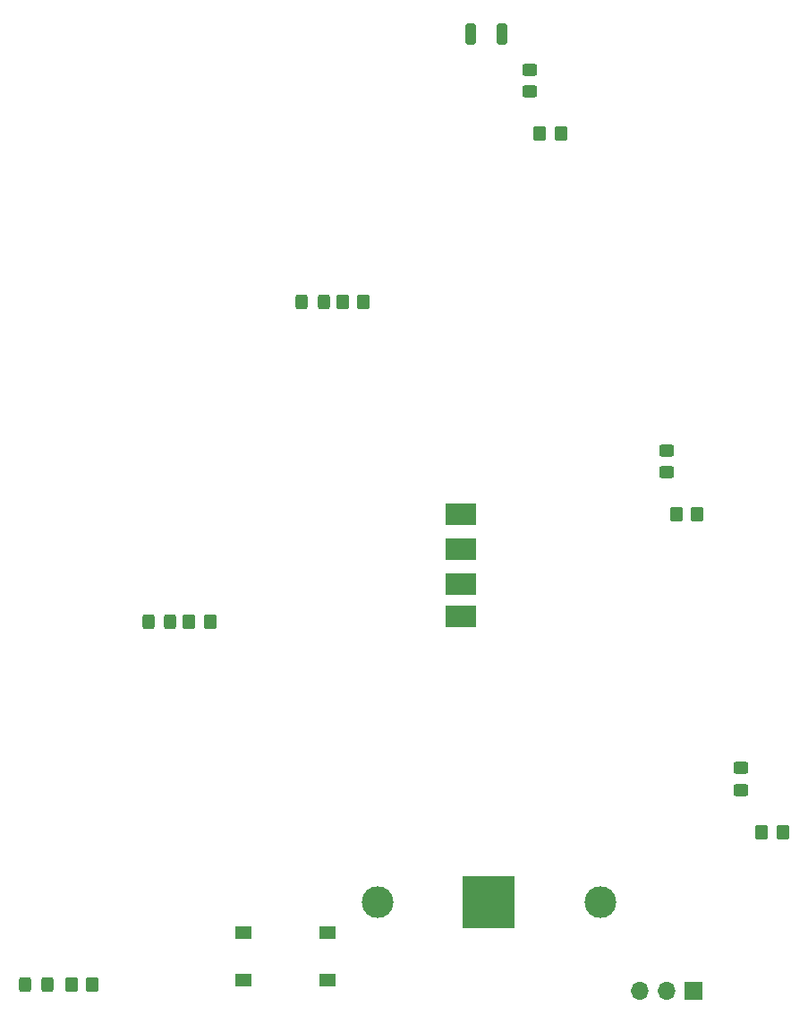
<source format=gts>
G04 #@! TF.GenerationSoftware,KiCad,Pcbnew,7.0.8*
G04 #@! TF.CreationDate,2024-10-12T14:26:17+02:00*
G04 #@! TF.ProjectId,PCB_Christmas_Tree,5043425f-4368-4726-9973-746d61735f54,rev?*
G04 #@! TF.SameCoordinates,Original*
G04 #@! TF.FileFunction,Soldermask,Top*
G04 #@! TF.FilePolarity,Negative*
%FSLAX46Y46*%
G04 Gerber Fmt 4.6, Leading zero omitted, Abs format (unit mm)*
G04 Created by KiCad (PCBNEW 7.0.8) date 2024-10-12 14:26:17*
%MOMM*%
%LPD*%
G01*
G04 APERTURE LIST*
G04 Aperture macros list*
%AMRoundRect*
0 Rectangle with rounded corners*
0 $1 Rounding radius*
0 $2 $3 $4 $5 $6 $7 $8 $9 X,Y pos of 4 corners*
0 Add a 4 corners polygon primitive as box body*
4,1,4,$2,$3,$4,$5,$6,$7,$8,$9,$2,$3,0*
0 Add four circle primitives for the rounded corners*
1,1,$1+$1,$2,$3*
1,1,$1+$1,$4,$5*
1,1,$1+$1,$6,$7*
1,1,$1+$1,$8,$9*
0 Add four rect primitives between the rounded corners*
20,1,$1+$1,$2,$3,$4,$5,0*
20,1,$1+$1,$4,$5,$6,$7,0*
20,1,$1+$1,$6,$7,$8,$9,0*
20,1,$1+$1,$8,$9,$2,$3,0*%
G04 Aperture macros list end*
%ADD10RoundRect,0.250000X0.450000X-0.325000X0.450000X0.325000X-0.450000X0.325000X-0.450000X-0.325000X0*%
%ADD11R,1.550000X1.300000*%
%ADD12RoundRect,0.250000X0.325000X0.450000X-0.325000X0.450000X-0.325000X-0.450000X0.325000X-0.450000X0*%
%ADD13C,3.000000*%
%ADD14R,5.000000X5.000000*%
%ADD15R,3.000000X2.000000*%
%ADD16RoundRect,0.250000X-0.350000X-0.450000X0.350000X-0.450000X0.350000X0.450000X-0.350000X0.450000X0*%
%ADD17RoundRect,0.250000X-0.250000X-0.750000X0.250000X-0.750000X0.250000X0.750000X-0.250000X0.750000X0*%
%ADD18R,1.700000X1.700000*%
%ADD19O,1.700000X1.700000*%
G04 APERTURE END LIST*
D10*
X173630000Y-115625000D03*
X173630000Y-113575000D03*
D11*
X134567000Y-133613000D03*
X126617000Y-133613000D03*
X134567000Y-129113000D03*
X126617000Y-129113000D03*
D12*
X119670000Y-99740000D03*
X117620000Y-99740000D03*
D13*
X139274000Y-126227000D03*
X160356000Y-126227000D03*
D14*
X149815000Y-126227000D03*
D15*
X147130000Y-89568000D03*
X147130000Y-92870000D03*
X147130000Y-96172000D03*
X147130000Y-99220000D03*
D10*
X166630000Y-85625000D03*
X166630000Y-83575000D03*
D16*
X175630000Y-119600000D03*
X177630000Y-119600000D03*
X167542500Y-89600000D03*
X169542500Y-89600000D03*
X154630000Y-53600000D03*
X156630000Y-53600000D03*
D17*
X151039000Y-44241000D03*
D16*
X110288000Y-134030000D03*
X112288000Y-134030000D03*
D17*
X148118000Y-44241000D03*
D16*
X135942000Y-69514000D03*
X137942000Y-69514000D03*
D12*
X107995000Y-134030000D03*
X105945000Y-134030000D03*
X134157000Y-69514000D03*
X132107000Y-69514000D03*
D16*
X121445000Y-99740000D03*
X123445000Y-99740000D03*
D10*
X153630000Y-49625000D03*
X153630000Y-47575000D03*
D18*
X169155000Y-134600000D03*
D19*
X166615000Y-134600000D03*
X164075000Y-134600000D03*
M02*

</source>
